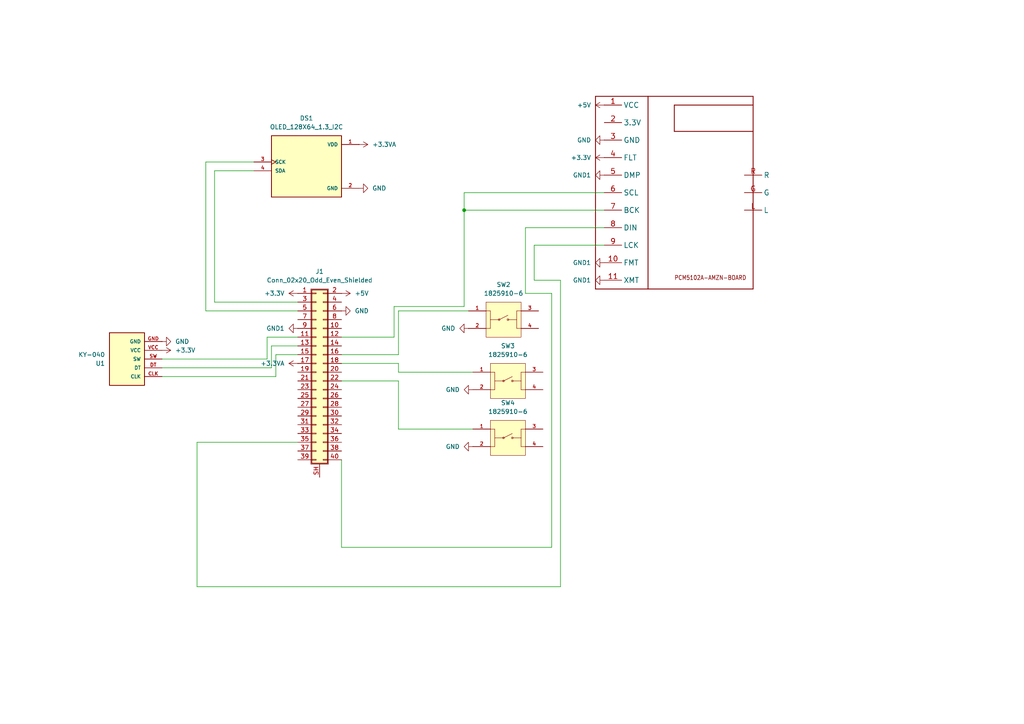
<source format=kicad_sch>
(kicad_sch (version 20250114) (generator "eeschema") (generator_version "9.0")
  (paper "A4")
  (lib_symbols
    (symbol "Connector_Generic_Shielded:Conn_02x20_Odd_Even_Shielded" (pin_names (offset 1.016) (hide yes))
      (property "Reference" "J" (at 1.524 25.146 0))
      (property "Value" "Conn_02x20_Odd_Even_Shielded" (at 2.286 -27.686 0))
      (symbol "Conn_02x20_Odd_Even_Shielded_1_1"
        (rectangle (start -1.27 24.13) (end 3.81 -26.67) (stroke (width 0.1524)))
        (rectangle (start -1.016 23.876) (end 3.556 -26.416) (stroke (width 0.254)) (fill (type background)))
        (rectangle (start -1.016 22.987) (end 0.254 22.733) (stroke (width 0.1524)))
        (rectangle (start -1.016 20.447) (end 0.254 20.193) (stroke (width 0.1524)))
        (rectangle (start -1.016 17.907) (end 0.254 17.653) (stroke (width 0.1524)))
        (rectangle (start -1.016 15.367) (end 0.254 15.113) (stroke (width 0.1524)))
        (rectangle (start -1.016 12.827) (end 0.254 12.573) (stroke (width 0.1524)))
        (rectangle (start -1.016 10.287) (end 0.254 10.033) (stroke (width 0.1524)))
        (rectangle (start -1.016 7.747) (end 0.254 7.493) (stroke (width 0.1524)))
        (rectangle (start -1.016 5.207) (end 0.254 4.953) (stroke (width 0.1524)))
        (rectangle (start -1.016 2.667) (end 0.254 2.413) (stroke (width 0.1524)))
        (rectangle (start -1.016 0.127) (end 0.254 -0.127) (stroke (width 0.1524)))
        (rectangle (start -1.016 -2.413) (end 0.254 -2.667) (stroke (width 0.1524)))
        (rectangle (start -1.016 -4.953) (end 0.254 -5.207) (stroke (width 0.1524)))
        (rectangle (start -1.016 -7.493) (end 0.254 -7.747) (stroke (width 0.1524)))
        (rectangle (start -1.016 -10.033) (end 0.254 -10.287) (stroke (width 0.1524)))
        (rectangle (start -1.016 -12.573) (end 0.254 -12.827) (stroke (width 0.1524)))
        (rectangle (start -1.016 -15.113) (end 0.254 -15.367) (stroke (width 0.1524)))
        (rectangle (start -1.016 -17.653) (end 0.254 -17.907) (stroke (width 0.1524)))
        (rectangle (start -1.016 -20.193) (end 0.254 -20.447) (stroke (width 0.1524)))
        (rectangle (start -1.016 -22.733) (end 0.254 -22.987) (stroke (width 0.1524)))
        (rectangle (start -1.016 -25.273) (end 0.254 -25.527) (stroke (width 0.1524)))
        (rectangle (start 3.556 22.987) (end 2.286 22.733) (stroke (width 0.1524)))
        (rectangle (start 3.556 20.447) (end 2.286 20.193) (stroke (width 0.1524)))
        (rectangle (start 3.556 17.907) (end 2.286 17.653) (stroke (width 0.1524)))
        (rectangle (start 3.556 15.367) (end 2.286 15.113) (stroke (width 0.1524)))
        (rectangle (start 3.556 12.827) (end 2.286 12.573) (stroke (width 0.1524)))
        (rectangle (start 3.556 10.287) (end 2.286 10.033) (stroke (width 0.1524)))
        (rectangle (start 3.556 7.747) (end 2.286 7.493) (stroke (width 0.1524)))
        (rectangle (start 3.556 5.207) (end 2.286 4.953) (stroke (width 0.1524)))
        (rectangle (start 3.556 2.667) (end 2.286 2.413) (stroke (width 0.1524)))
        (rectangle (start 3.556 0.127) (end 2.286 -0.127) (stroke (width 0.1524)))
        (rectangle (start 3.556 -2.413) (end 2.286 -2.667) (stroke (width 0.1524)))
        (rectangle (start 3.556 -4.953) (end 2.286 -5.207) (stroke (width 0.1524)))
        (rectangle (start 3.556 -7.493) (end 2.286 -7.747) (stroke (width 0.1524)))
        (rectangle (start 3.556 -10.033) (end 2.286 -10.287) (stroke (width 0.1524)))
        (rectangle (start 3.556 -12.573) (end 2.286 -12.827) (stroke (width 0.1524)))
        (rectangle (start 3.556 -15.113) (end 2.286 -15.367) (stroke (width 0.1524)))
        (rectangle (start 3.556 -17.653) (end 2.286 -17.907) (stroke (width 0.1524)))
        (rectangle (start 3.556 -20.193) (end 2.286 -20.447) (stroke (width 0.1524)))
        (rectangle (start 3.556 -22.733) (end 2.286 -22.987) (stroke (width 0.1524)))
        (rectangle (start 3.556 -25.273) (end 2.286 -25.527) (stroke (width 0.1524)))
        (pin passive line (at -5.08 22.86 0) (length 4.064) (name "Pin_1") (number "1"))
        (pin passive line (at -5.08 20.32 0) (length 4.064) (name "Pin_3") (number "3"))
        (pin passive line (at -5.08 17.78 0) (length 4.064) (name "Pin_5") (number "5"))
        (pin passive line (at -5.08 15.24 0) (length 4.064) (name "Pin_7") (number "7"))
        (pin passive line (at -5.08 12.7 0) (length 4.064) (name "Pin_9") (number "9"))
        (pin passive line (at -5.08 10.16 0) (length 4.064) (name "Pin_11") (number "11"))
        (pin passive line (at -5.08 7.62 0) (length 4.064) (name "Pin_13") (number "13"))
        (pin passive line (at -5.08 5.08 0) (length 4.064) (name "Pin_15") (number "15"))
        (pin passive line (at -5.08 2.54 0) (length 4.064) (name "Pin_17") (number "17"))
        (pin passive line (at -5.08 0 0) (length 4.064) (name "Pin_19") (number "19"))
        (pin passive line (at -5.08 -2.54 0) (length 4.064) (name "Pin_21") (number "21"))
        (pin passive line (at -5.08 -5.08 0) (length 4.064) (name "Pin_23") (number "23"))
        (pin passive line (at -5.08 -7.62 0) (length 4.064) (name "Pin_25") (number "25"))
        (pin passive line (at -5.08 -10.16 0) (length 4.064) (name "Pin_27") (number "27"))
        (pin passive line (at -5.08 -12.7 0) (length 4.064) (name "Pin_29") (number "29"))
        (pin passive line (at -5.08 -15.24 0) (length 4.064) (name "Pin_31") (number "31"))
        (pin passive line (at -5.08 -17.78 0) (length 4.064) (name "Pin_33") (number "33"))
        (pin passive line (at -5.08 -20.32 0) (length 4.064) (name "Pin_35") (number "35"))
        (pin passive line (at -5.08 -22.86 0) (length 4.064) (name "Pin_37") (number "37"))
        (pin passive line (at -5.08 -25.4 0) (length 4.064) (name "Pin_39") (number "39"))
        (pin passive line (at 1.27 -30.48 90) (length 3.81) (name "Shield") (number "SH"))
        (pin passive line (at 7.62 22.86 180) (length 4.064) (name "Pin_2") (number "2"))
        (pin passive line (at 7.62 20.32 180) (length 4.064) (name "Pin_4") (number "4"))
        (pin passive line (at 7.62 17.78 180) (length 4.064) (name "Pin_6") (number "6"))
        (pin passive line (at 7.62 15.24 180) (length 4.064) (name "Pin_8") (number "8"))
        (pin passive line (at 7.62 12.7 180) (length 4.064) (name "Pin_10") (number "10"))
        (pin passive line (at 7.62 10.16 180) (length 4.064) (name "Pin_12") (number "12"))
        (pin passive line (at 7.62 7.62 180) (length 4.064) (name "Pin_14") (number "14"))
        (pin passive line (at 7.62 5.08 180) (length 4.064) (name "Pin_16") (number "16"))
        (pin passive line (at 7.62 2.54 180) (length 4.064) (name "Pin_18") (number "18"))
        (pin passive line (at 7.62 0 180) (length 4.064) (name "Pin_20") (number "20"))
        (pin passive line (at 7.62 -2.54 180) (length 4.064) (name "Pin_22") (number "22"))
        (pin passive line (at 7.62 -5.08 180) (length 4.064) (name "Pin_24") (number "24"))
        (pin passive line (at 7.62 -7.62 180) (length 4.064) (name "Pin_26") (number "26"))
        (pin passive line (at 7.62 -10.16 180) (length 4.064) (name "Pin_28") (number "28"))
        (pin passive line (at 7.62 -12.7 180) (length 4.064) (name "Pin_30") (number "30"))
        (pin passive line (at 7.62 -15.24 180) (length 4.064) (name "Pin_32") (number "32"))
        (pin passive line (at 7.62 -17.78 180) (length 4.064) (name "Pin_34") (number "34"))
        (pin passive line (at 7.62 -20.32 180) (length 4.064) (name "Pin_36") (number "36"))
        (pin passive line (at 7.62 -22.86 180) (length 4.064) (name "Pin_38") (number "38"))
        (pin passive line (at 7.62 -25.4 180) (length 4.064) (name "Pin_40") (number "40"))
      )
    )
    (symbol "Oled:OLED_128X64_1.3_I2C" (pin_names (offset 1.016))
      (property "Reference" "DS" (at -10.16 10.922 0))
      (property "Value" "OLED_128X64_1.3_I2C" (at -10.16 -10.16 0))
      (symbol "OLED_128X64_1.3_I2C_0_0"
        (rectangle (start -10.16 -7.62) (end 10.16 10.16) (stroke (width 0.254)) (fill (type background)))
        (pin input clock (at -15.24 2.54 0) (length 5.08) (name "SCK") (number "3"))
        (pin bidirectional line (at -15.24 0 0) (length 5.08) (name "SDA") (number "4"))
        (pin power_in line (at 15.24 7.62 180) (length 5.08) (name "VDD") (number "1"))
        (pin power_in line (at 15.24 -5.08 180) (length 5.08) (name "GND") (number "2"))
      )
    )
    (symbol "PCM:PCM5102A-AMZN-BOARD"
      (symbol "PCM5102A-AMZN-BOARD_1_0"
        (polyline (pts (xy -25.4 15.24) (xy -10.16 15.24)) (stroke (width 0.254)))
        (polyline (pts (xy -25.4 -40.64) (xy -25.4 15.24)) (stroke (width 0.254)))
        (polyline (pts (xy -10.16 15.24) (xy -10.16 -40.64)) (stroke (width 0.254)))
        (polyline (pts (xy -10.16 15.24) (xy 20.32 15.24)) (stroke (width 0.254)))
        (polyline (pts (xy -10.16 -40.64) (xy -25.4 -40.64)) (stroke (width 0.254)))
        (polyline (pts (xy -2.54 12.7) (xy -2.54 5.08)) (stroke (width 0.254)))
        (polyline (pts (xy -2.54 5.08) (xy 20.32 5.08)) (stroke (width 0.254)))
        (polyline (pts (xy 20.32 15.24) (xy 20.32 12.7)) (stroke (width 0.254)))
        (polyline (pts (xy 20.32 12.7) (xy -2.54 12.7)) (stroke (width 0.254)))
        (polyline (pts (xy 20.32 12.7) (xy 20.32 5.08)) (stroke (width 0.254)))
        (polyline (pts (xy 20.32 5.08) (xy 20.32 -40.64)) (stroke (width 0.254)))
        (polyline (pts (xy 20.32 -40.64) (xy -10.16 -40.64)) (stroke (width 0.254)))
        (text "PCM5102A-AMZN-BOARD" (at -2.54 -38.1 0) (effects (font (size 1.27 1.0795)) (justify left bottom)))
        (pin bidirectional line (at -22.86 12.7 0) (length 5.08) (name "VCC") (number "1"))
        (pin bidirectional line (at -22.86 7.62 0) (length 5.08) (name "3.3V") (number "2"))
        (pin bidirectional line (at -22.86 2.54 0) (length 5.08) (name "GND") (number "3"))
        (pin bidirectional line (at -22.86 -2.54 0) (length 5.08) (name "FLT") (number "4"))
        (pin bidirectional line (at -22.86 -7.62 0) (length 5.08) (name "DMP") (number "5"))
        (pin bidirectional line (at -22.86 -12.7 0) (length 5.08) (name "SCL") (number "6"))
        (pin bidirectional line (at -22.86 -17.78 0) (length 5.08) (name "BCK") (number "7"))
        (pin bidirectional line (at -22.86 -22.86 0) (length 5.08) (name "DIN") (number "8"))
        (pin bidirectional line (at -22.86 -27.94 0) (length 5.08) (name "LCK") (number "9"))
        (pin bidirectional line (at -22.86 -33.02 0) (length 5.08) (name "FMT") (number "10"))
        (pin bidirectional line (at -22.86 -38.1 0) (length 5.08) (name "XMT") (number "11"))
        (pin output line (at 17.78 -7.62 0) (length 5.08) (name "R") (number "R"))
        (pin output line (at 17.78 -12.7 0) (length 5.08) (name "G") (number "G"))
        (pin output line (at 17.78 -17.78 0) (length 5.08) (name "L") (number "L"))
      )
    )
    (symbol "Rota:KY-040" (pin_names (offset 1.016))
      (property "Reference" "U" (at -5.08 10.16 0))
      (property "Value" "KY-040" (at -5.08 -12.7 0))
      (symbol "KY-040_0_0"
        (rectangle (start -5.08 -7.62) (end 5.08 7.62) (stroke (width 0.254)) (fill (type background)))
        (pin output line (at -10.16 5.08 0) (length 5.08) (name "CLK") (number "CLK"))
        (pin output line (at -10.16 2.54 0) (length 5.08) (name "DT") (number "DT"))
        (pin output line (at -10.16 0 0) (length 5.08) (name "SW") (number "SW"))
        (pin power_in line (at -10.16 -2.54 0) (length 5.08) (name "VCC") (number "VCC"))
        (pin power_in line (at -10.16 -5.08 0) (length 5.08) (name "GND") (number "GND"))
      )
    )
    (symbol "Switch:1825910-6" (pin_names (offset 1.016))
      (property "Reference" "SW" (at -5.0897 5.8532 0))
      (property "Value" "1825910-6" (at -5.0883 -7.6325 0))
      (symbol "1825910-6_0_0"
        (polyline (pts (xy -5.08 2.54) (xy -3.81 2.54)) (stroke (width 0.127)))
        (rectangle (start -5.08 -5.08) (end 5.08 5.08) (stroke (width 0.127)) (fill (type background)))
        (polyline (pts (xy -3.81 2.54) (xy -3.81 0)) (stroke (width 0.127)))
        (polyline (pts (xy -3.81 0) (xy -3.81 -2.54)) (stroke (width 0.127)))
        (polyline (pts (xy -3.81 0) (xy -1.27 0)) (stroke (width 0.127)))
        (polyline (pts (xy -3.81 -2.54) (xy -5.08 -2.54)) (stroke (width 0.127)))
        (circle (center -1.27 0) (radius 0.254) (stroke (width 0.127)))
        (polyline (pts (xy -1.27 0) (xy 1.27 1.27)) (stroke (width 0.127)))
        (polyline (pts (xy 1.27 0) (xy 3.81 0)) (stroke (width 0.127)))
        (circle (center 1.27 0) (radius 0.254) (stroke (width 0.127)))
        (polyline (pts (xy 3.81 2.54) (xy 5.08 2.54)) (stroke (width 0.127)))
        (polyline (pts (xy 3.81 0) (xy 3.81 2.54)) (stroke (width 0.127)))
        (polyline (pts (xy 3.81 0) (xy 3.81 -2.54)) (stroke (width 0.127)))
        (polyline (pts (xy 3.81 -2.54) (xy 5.08 -2.54)) (stroke (width 0.127)))
        (pin passive line (at -10.16 2.54 0) (length 5.08) (name "~") (number "1"))
        (pin passive line (at -10.16 -2.54 0) (length 5.08) (name "~") (number "2"))
        (pin passive line (at 10.16 2.54 180) (length 5.08) (name "~") (number "3"))
        (pin passive line (at 10.16 -2.54 180) (length 5.08) (name "~") (number "4"))
      )
    )
    (symbol "power:+3.3V" (power) (pin_numbers (hide yes)) (pin_names (offset 0) (hide yes))
      (property "Value" "+3.3V" (at 0 3.556 0))
      (symbol "+3.3V_0_1"
        (polyline (pts (xy -0.762 1.27) (xy 0 2.54)))
        (polyline (pts (xy 0 2.54) (xy 0.762 1.27)))
        (polyline (pts (xy 0 0) (xy 0 2.54)))
      )
      (symbol "+3.3V_1_1"
        (pin power_in line (at 0 0 90) (length 0) (name "~") (number "1"))
      )
    )
    (symbol "power:+3.3VA" (power) (pin_numbers (hide yes)) (pin_names (offset 0) (hide yes))
      (property "Value" "+3.3VA" (at 0 3.556 0))
      (symbol "+3.3VA_0_1"
        (polyline (pts (xy -0.762 1.27) (xy 0 2.54)))
        (polyline (pts (xy 0 2.54) (xy 0.762 1.27)))
        (polyline (pts (xy 0 0) (xy 0 2.54)))
      )
      (symbol "+3.3VA_1_1"
        (pin power_in line (at 0 0 90) (length 0) (name "~") (number "1"))
      )
    )
    (symbol "power:+5V" (power) (pin_numbers (hide yes)) (pin_names (offset 0) (hide yes))
      (property "Value" "+5V" (at 0 3.556 0))
      (symbol "+5V_0_1"
        (polyline (pts (xy -0.762 1.27) (xy 0 2.54)))
        (polyline (pts (xy 0 2.54) (xy 0.762 1.27)))
        (polyline (pts (xy 0 0) (xy 0 2.54)))
      )
      (symbol "+5V_1_1"
        (pin power_in line (at 0 0 90) (length 0) (name "~") (number "1"))
      )
    )
    (symbol "power:GND" (power) (pin_numbers (hide yes)) (pin_names (offset 0) (hide yes))
      (property "Value" "GND" (at 0 -3.81 0))
      (symbol "GND_0_1"
        (polyline (pts (xy 0 0) (xy 0 -1.27) (xy 1.27 -1.27) (xy 0 -2.54) (xy -1.27 -1.27) (xy 0 -1.27)))
      )
      (symbol "GND_1_1"
        (pin power_in line (at 0 0 270) (length 0) (name "~") (number "1"))
      )
    )
    (symbol "power:GND1" (power) (pin_numbers (hide yes)) (pin_names (offset 0) (hide yes))
      (property "Value" "GND1" (at 0 -3.81 0))
      (symbol "GND1_0_1"
        (polyline (pts (xy 0 0) (xy 0 -1.27) (xy 1.27 -1.27) (xy 0 -2.54) (xy -1.27 -1.27) (xy 0 -1.27)))
      )
      (symbol "GND1_1_1"
        (pin power_in line (at 0 0 270) (length 0) (name "~") (number "1"))
      )
    )
  )
  (junction (at 134.62 60.96))
  (wire (pts (xy 59.69 90.17) (xy 86.36 90.17)))
  (wire (pts (xy 115.57 102.87) (xy 99.06 102.87)))
  (wire (pts (xy 162.56 170.18) (xy 162.56 81.28)))
  (wire (pts (xy 160.02 158.75) (xy 160.02 85.09)))
  (wire (pts (xy 152.4 66.04) (xy 175.26 66.04)))
  (wire (pts (xy 134.62 60.96) (xy 134.62 55.88)))
  (wire (pts (xy 115.57 124.46) (xy 115.57 110.49)))
  (wire (pts (xy 62.23 49.53) (xy 73.66 49.53)))
  (wire (pts (xy 154.94 81.28) (xy 154.94 71.12)))
  (wire (pts (xy 57.15 128.27) (xy 57.15 170.18)))
  (wire (pts (xy 73.66 46.99) (xy 59.69 46.99)))
  (wire (pts (xy 134.62 88.9) (xy 134.62 60.96)))
  (wire (pts (xy 80.01 109.22) (xy 80.01 102.87)))
  (wire (pts (xy 77.47 97.79) (xy 86.36 97.79)))
  (wire (pts (xy 59.69 46.99) (xy 59.69 90.17)))
  (wire (pts (xy 134.62 55.88) (xy 175.26 55.88)))
  (wire (pts (xy 46.99 109.22) (xy 80.01 109.22)))
  (wire (pts (xy 80.01 102.87) (xy 86.36 102.87)))
  (wire (pts (xy 99.06 158.75) (xy 160.02 158.75)))
  (wire (pts (xy 137.16 124.46) (xy 115.57 124.46)))
  (wire (pts (xy 57.15 170.18) (xy 162.56 170.18)))
  (wire (pts (xy 46.99 106.68) (xy 78.74 106.68)))
  (wire (pts (xy 162.56 81.28) (xy 154.94 81.28)))
  (wire (pts (xy 99.06 133.35) (xy 99.06 158.75)))
  (wire (pts (xy 114.3 97.79) (xy 114.3 88.9)))
  (wire (pts (xy 115.57 110.49) (xy 99.06 110.49)))
  (wire (pts (xy 77.47 104.14) (xy 77.47 97.79)))
  (wire (pts (xy 115.57 105.41) (xy 99.06 105.41)))
  (wire (pts (xy 78.74 106.68) (xy 78.74 100.33)))
  (wire (pts (xy 160.02 85.09) (xy 152.4 85.09)))
  (wire (pts (xy 114.3 88.9) (xy 134.62 88.9)))
  (wire (pts (xy 115.57 90.17) (xy 115.57 102.87)))
  (wire (pts (xy 115.57 107.95) (xy 115.57 105.41)))
  (wire (pts (xy 152.4 85.09) (xy 152.4 66.04)))
  (wire (pts (xy 135.89 90.17) (xy 115.57 90.17)))
  (wire (pts (xy 154.94 71.12) (xy 175.26 71.12)))
  (wire (pts (xy 99.06 97.79) (xy 114.3 97.79)))
  (wire (pts (xy 134.62 60.96) (xy 175.26 60.96)))
  (wire (pts (xy 78.74 100.33) (xy 86.36 100.33)))
  (wire (pts (xy 86.36 87.63) (xy 62.23 87.63)))
  (wire (pts (xy 137.16 107.95) (xy 115.57 107.95)))
  (wire (pts (xy 86.36 128.27) (xy 57.15 128.27)))
  (wire (pts (xy 62.23 87.63) (xy 62.23 49.53)))
  (wire (pts (xy 46.99 104.14) (xy 77.47 104.14)))
  (symbol (lib_id "Switch:1825910-6") (at 147.32 127 0) (unit 1)
    (property "Reference" "SW4" (at 147.32 116.84 0))
    (property "Value" "1825910-6" (at 147.32 119.38 0))
    (property "Footprint" "Switch:SW_1825910-6-43D" (effects (hide yes)))
    (property "Comment" "1825910-6" (effects (hide yes)))
    (property "MF" "TE Connectivity" (effects (hide yes)))
    (property "Description_1" "Switch Push Button OFF (ON) SPST Round Button 0.05A 24VDC Momentary Contact PC Pins Thru-Hole" (effects (hide yes)))
    (property "Package" "None" (effects (hide yes)))
    (property "Price" "None" (effects (hide yes)))
    (property "Check_prices" "https://www.snapeda.com/parts/1825910-6/TE+Connectivity+ALCOSWITCH+Switches/view-part/?ref=eda" (effects (hide yes)))
    (property "STANDARD" "Manufacturer Recommendations" (effects (hide yes)))
    (property "PARTREV" "C10" (effects (hide yes)))
    (property "SnapEDA_Link" "https://www.snapeda.com/parts/1825910-6/TE+Connectivity+ALCOSWITCH+Switches/view-part/?ref=snap" (effects (hide yes)))
    (property "MP" "1825910-6" (effects (hide yes)))
    (property "Availability" "In Stock" (effects (hide yes)))
    (property "MANUFACTURER" "TE CONNECTIVITY" (effects (hide yes)))
  )
  (symbol (lib_id "Switch:1825910-6") (at 147.32 110.49 0) (unit 1)
    (property "Reference" "SW3" (at 147.32 100.33 0))
    (property "Value" "1825910-6" (at 147.32 102.87 0))
    (property "Footprint" "Switch:SW_1825910-6-43D" (effects (hide yes)))
    (property "Comment" "1825910-6" (effects (hide yes)))
    (property "MF" "TE Connectivity" (effects (hide yes)))
    (property "Description_1" "Switch Push Button OFF (ON) SPST Round Button 0.05A 24VDC Momentary Contact PC Pins Thru-Hole" (effects (hide yes)))
    (property "Package" "None" (effects (hide yes)))
    (property "Price" "None" (effects (hide yes)))
    (property "Check_prices" "https://www.snapeda.com/parts/1825910-6/TE+Connectivity+ALCOSWITCH+Switches/view-part/?ref=eda" (effects (hide yes)))
    (property "STANDARD" "Manufacturer Recommendations" (effects (hide yes)))
    (property "PARTREV" "C10" (effects (hide yes)))
    (property "SnapEDA_Link" "https://www.snapeda.com/parts/1825910-6/TE+Connectivity+ALCOSWITCH+Switches/view-part/?ref=snap" (effects (hide yes)))
    (property "MP" "1825910-6" (effects (hide yes)))
    (property "Availability" "In Stock" (effects (hide yes)))
    (property "MANUFACTURER" "TE CONNECTIVITY" (effects (hide yes)))
  )
  (symbol (lib_id "power:GND") (at 46.99 99.06 90) (unit 1)
    (property "Reference" "#PWR02" (effects (hide yes)))
    (property "Value" "GND" (at 50.8 99.0601 90) (effects (justify right)))
    (property "Description" "Power symbol creates a global label with name \"GND\" , ground" (effects (hide yes)))
  )
  (symbol (lib_id "power:GND") (at 137.16 113.03 270) (unit 1)
    (property "Reference" "#PWR06" (effects (hide yes)))
    (property "Value" "GND" (at 133.35 113.0299 90) (effects (justify right)))
    (property "Description" "Power symbol creates a global label with name \"GND\" , ground" (effects (hide yes)))
  )
  (symbol (lib_id "Oled:OLED_128X64_1.3_I2C") (at 88.9 49.53 0) (unit 1)
    (property "Reference" "DS1" (at 88.9 34.29 0))
    (property "Value" "OLED_128X64_1.3_I2C" (at 88.9 36.83 0))
    (property "Footprint" "Oled:LCD_OLED_128X64_1.3_I2C3D" (effects (hide yes)))
    (property "MF" "UNIVERSAL-SOLDER Electronics Ltd" (effects (hide yes)))
    (property "Description_1" "Non-Touch Graphic LCD Display Module Transmissive White OLED, Monochrome I2C 1.3 (33.02mm) 128 x 64" (effects (hide yes)))
    (property "Package" "None" (effects (hide yes)))
    (property "Price" "None" (effects (hide yes)))
    (property "Check_prices" "https://www.snapeda.com/parts/OLED%20128x64%201.3%22%20I2C/UNIVERSAL-SOLDER+Electronics+Ltd/view-part/?ref=eda" (effects (hide yes)))
    (property "STANDARD" "Manufacturer Recommendations" (effects (hide yes)))
    (property "PARTREV" "NA" (effects (hide yes)))
    (property "SnapEDA_Link" "https://www.snapeda.com/parts/OLED%20128x64%201.3%22%20I2C/UNIVERSAL-SOLDER+Electronics+Ltd/view-part/?ref=snap" (effects (hide yes)))
    (property "MP" "OLED 128x64 1.3&quot; I2C" (effects (hide yes)))
    (property "Availability" "Not in stock" (effects (hide yes)))
    (property "MANUFACTURER" "UNIVERSAL-SOLDER Electronics Ltd" (effects (hide yes)))
  )
  (symbol (lib_id "power:GND") (at 104.14 54.61 90) (unit 1)
    (property "Reference" "#PWR010" (effects (hide yes)))
    (property "Value" "GND" (at 107.95 54.6099 90) (effects (justify right)))
    (property "Description" "Power symbol creates a global label with name \"GND\" , ground" (effects (hide yes)))
  )
  (symbol (lib_id "power:+5V") (at 99.06 85.09 270) (unit 1)
    (property "Reference" "#PWR011" (effects (hide yes)))
    (property "Value" "+5V" (at 102.87 85.0899 90) (effects (justify left)))
    (property "Description" "Power symbol creates a global label with name \"+5V\"" (effects (hide yes)))
  )
  (symbol (lib_id "power:+3.3V") (at 86.36 85.09 90) (unit 1)
    (property "Reference" "#PWR03" (effects (hide yes)))
    (property "Value" "+3.3V" (at 82.55 85.0899 90) (effects (justify left)))
    (property "Description" "Power symbol creates a global label with name \"+3.3V\"" (effects (hide yes)))
  )
  (symbol (lib_id "power:GND") (at 175.26 40.64 270) (unit 1)
    (property "Reference" "#PWR013" (effects (hide yes)))
    (property "Value" "GND" (at 171.45 40.6399 90) (effects (justify right)))
    (property "Description" "Power symbol creates a global label with name \"GND\" , ground" (effects (hide yes)))
  )
  (symbol (lib_id "power:GND") (at 137.16 129.54 270) (unit 1)
    (property "Reference" "#PWR05" (effects (hide yes)))
    (property "Value" "GND" (at 133.35 129.5399 90) (effects (justify right)))
    (property "Description" "Power symbol creates a global label with name \"GND\" , ground" (effects (hide yes)))
  )
  (symbol (lib_id "Switch:1825910-6") (at 146.05 92.71 0) (unit 1)
    (property "Reference" "SW2" (at 146.05 82.55 0))
    (property "Value" "1825910-6" (at 146.05 85.09 0))
    (property "Footprint" "Switch:SW_1825910-6-43D" (effects (hide yes)))
    (property "Comment" "1825910-6" (effects (hide yes)))
    (property "MF" "TE Connectivity" (effects (hide yes)))
    (property "Description_1" "Switch Push Button OFF (ON) SPST Round Button 0.05A 24VDC Momentary Contact PC Pins Thru-Hole" (effects (hide yes)))
    (property "Package" "None" (effects (hide yes)))
    (property "Price" "None" (effects (hide yes)))
    (property "Check_prices" "https://www.snapeda.com/parts/1825910-6/TE+Connectivity+ALCOSWITCH+Switches/view-part/?ref=eda" (effects (hide yes)))
    (property "STANDARD" "Manufacturer Recommendations" (effects (hide yes)))
    (property "PARTREV" "C10" (effects (hide yes)))
    (property "SnapEDA_Link" "https://www.snapeda.com/parts/1825910-6/TE+Connectivity+ALCOSWITCH+Switches/view-part/?ref=snap" (effects (hide yes)))
    (property "MP" "1825910-6" (effects (hide yes)))
    (property "Availability" "In Stock" (effects (hide yes)))
    (property "MANUFACTURER" "TE CONNECTIVITY" (effects (hide yes)))
  )
  (symbol (lib_id "power:+3.3VA") (at 86.36 105.41 90) (unit 1)
    (property "Reference" "#PWR08" (effects (hide yes)))
    (property "Value" "+3.3VA" (at 82.55 105.4099 90) (effects (justify left)))
    (property "Description" "Power symbol creates a global label with name \"+3.3VA\"" (effects (hide yes)))
  )
  (symbol (lib_id "power:GND1") (at 175.26 76.2 270) (unit 1)
    (property "Reference" "#PWR016" (effects (hide yes)))
    (property "Value" "GND1" (at 171.45 76.1999 90) (effects (justify right)))
    (property "Description" "Power symbol creates a global label with name \"GND1\" , ground" (effects (hide yes)))
  )
  (symbol (lib_id "Connector_Generic_Shielded:Conn_02x20_Odd_Even_Shielded") (at 91.44 107.95 0) (unit 1)
    (property "Reference" "J1" (at 92.71 78.74 0))
    (property "Value" "Conn_02x20_Odd_Even_Shielded" (at 92.71 81.28 0))
    (property "Footprint" "pin:Pin_Header_Angled_2x20_Pitch2.54mm" (effects (hide yes)))
    (property "Description" "Generic shielded connector, double row, 02x20, odd/even pin numbering scheme (row 1 odd numbers, row 2 even numbers), script generated (kicad-library-utils/schlib/autogen/connector/)" (effects (hide yes)))
  )
  (symbol (lib_id "power:+3.3V") (at 175.26 45.72 90) (unit 1)
    (property "Reference" "#PWR018" (effects (hide yes)))
    (property "Value" "+3.3V" (at 171.45 45.7199 90) (effects (justify left)))
    (property "Description" "Power symbol creates a global label with name \"+3.3V\"" (effects (hide yes)))
  )
  (symbol (lib_id "power:GND1") (at 175.26 50.8 270) (unit 1)
    (property "Reference" "#PWR017" (effects (hide yes)))
    (property "Value" "GND1" (at 171.45 50.7999 90) (effects (justify right)))
    (property "Description" "Power symbol creates a global label with name \"GND1\" , ground" (effects (hide yes)))
  )
  (symbol (lib_id "power:+3.3VA") (at 104.14 41.91 270) (unit 1)
    (property "Reference" "#PWR09" (effects (hide yes)))
    (property "Value" "+3.3VA" (at 107.95 41.9099 90) (effects (justify left)))
    (property "Description" "Power symbol creates a global label with name \"+3.3VA\"" (effects (hide yes)))
  )
  (symbol (lib_id "power:GND") (at 99.06 90.17 90) (unit 1)
    (property "Reference" "#PWR01" (effects (hide yes)))
    (property "Value" "GND" (at 102.87 90.1699 90) (effects (justify right)))
    (property "Description" "Power symbol creates a global label with name \"GND\" , ground" (effects (hide yes)))
  )
  (symbol (lib_id "PCM:PCM5102A-AMZN-BOARD") (at 198.12 43.18 0) (unit 1)
    (property "Reference" "1" (effects (hide yes)))
    (property "Footprint" "dac:PCM5102A-AMZN-BOARD" (effects (hide yes)))
  )
  (symbol (lib_id "Rota:KY-040") (at 36.83 104.14 180) (unit 1)
    (property "Reference" "U1" (at 30.48 105.4101 0) (effects (justify left)))
    (property "Value" "KY-040" (at 30.48 102.8701 0) (effects (justify left)))
    (property "Footprint" "Ky0:KY-040-PORT3D" (effects (hide yes)))
    (property "MF" "Joy-IT" (effects (hide yes)))
    (property "Description_1" "KY-5.0-4P Green(RAL6018/T) ; CONTACT WITH TIN PLATED MARK" (effects (hide yes)))
    (property "Package" "Package" (effects (hide yes)))
    (property "Price" "None" (effects (hide yes)))
    (property "SnapEDA_Link" "https://www.snapeda.com/parts/KY-040/Joy-IT/view-part/?ref=snap" (effects (hide yes)))
    (property "MP" "KY-040" (effects (hide yes)))
    (property "Availability" "Not in stock" (effects (hide yes)))
    (property "Check_prices" "https://www.snapeda.com/parts/KY-040/Joy-IT/view-part/?ref=eda" (effects (hide yes)))
  )
  (symbol (lib_id "power:GND1") (at 175.26 81.28 270) (unit 1)
    (property "Reference" "#PWR015" (effects (hide yes)))
    (property "Value" "GND1" (at 171.45 81.2799 90) (effects (justify right)))
    (property "Description" "Power symbol creates a global label with name \"GND1\" , ground" (effects (hide yes)))
  )
  (symbol (lib_id "power:GND") (at 135.89 95.25 270) (unit 1)
    (property "Reference" "#PWR07" (effects (hide yes)))
    (property "Value" "GND" (at 132.08 95.2499 90) (effects (justify right)))
    (property "Description" "Power symbol creates a global label with name \"GND\" , ground" (effects (hide yes)))
  )
  (symbol (lib_id "power:+3.3V") (at 46.99 101.6 270) (unit 1)
    (property "Reference" "#PWR04" (effects (hide yes)))
    (property "Value" "+3.3V" (at 50.8 101.6001 90) (effects (justify left)))
    (property "Description" "Power symbol creates a global label with name \"+3.3V\"" (effects (hide yes)))
  )
  (symbol (lib_id "power:+5V") (at 175.26 30.48 90) (unit 1)
    (property "Reference" "#PWR012" (effects (hide yes)))
    (property "Value" "+5V" (at 171.45 30.4799 90) (effects (justify left)))
    (property "Description" "Power symbol creates a global label with name \"+5V\"" (effects (hide yes)))
  )
  (symbol (lib_id "power:GND1") (at 86.36 95.25 270) (unit 1)
    (property "Reference" "#PWR014" (effects (hide yes)))
    (property "Value" "GND1" (at 82.55 95.2499 90) (effects (justify right)))
    (property "Description" "Power symbol creates a global label with name \"GND1\" , ground" (effects (hide yes)))
  )
)
</source>
